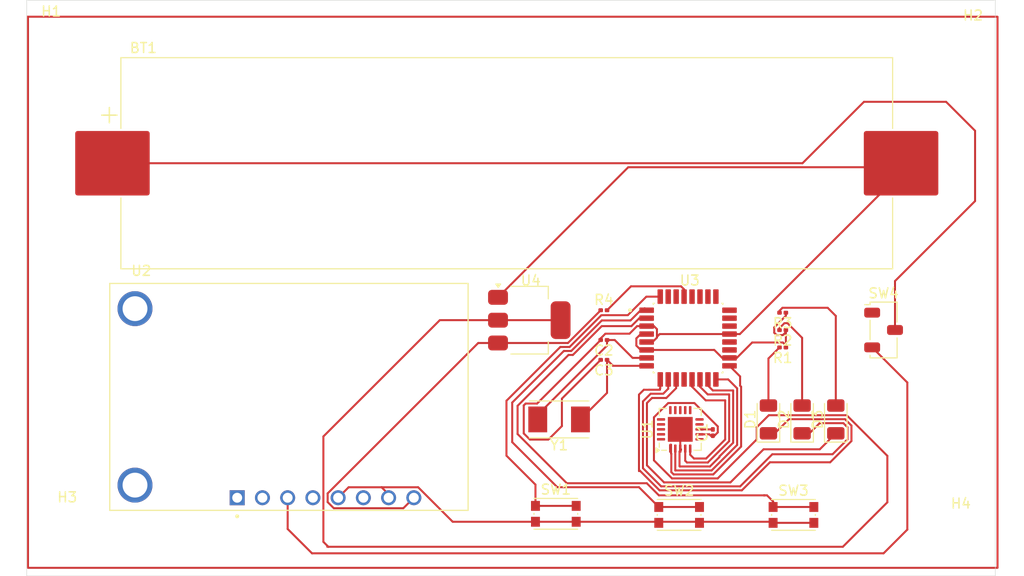
<source format=kicad_pcb>
(kicad_pcb (version 20241229) (generator "pcbnew") (generator_version "9.0")
  (layers (0 "F.Cu" signal) (2 "B.Cu" signal) (13 "F.Paste" user) (15 "B.Paste" user) (5 "F.SilkS" user "F.Silkscreen") (7 "B.SilkS" user "B.Silkscreen") (1 "F.Mask" user) (3 "B.Mask" user) (25 "Edge.Cuts" user))
  (net 0 "")
  (net 1 "GND")
  (net 2 "Net-(BT1-+)")
  (net 3 "Net-(C1-Pad2)")
  (net 4 "Net-(D1-A)")
  (net 5 "Net-(D1-K)")
  (net 6 "Net-(D2-A)")
  (net 7 "Net-(D2-K)")
  (net 8 "Net-(D3-A)")
  (net 9 "Net-(D3-K)")
  (net 10 "Net-(U3-PD2)")
  (net 11 "Net-(U3-PD3)")
  (net 12 "Net-(U3-PD4)")
  (net 14 "Net-(SW4-A)")
  (net 16 "Net-(U1-CSN)")
  (net 17 "Net-(U1-MISO)")
  (net 18 "Net-(U1-SCK)")
  (net 26 "Net-(U1-MOSI)")
  (net 31 "Net-(U1-CE)")
  (net 35 "Net-(U3-PB7)")
  (net 43 "Net-(U2-5V)")
  (net 47 "Net-(U3-PB6)")
  (net 52 "Net-(U4-VO)")
  (net 53 "Net-(U3-PC6{slash}~{RESET})")
  (footprint "2465:MODULE_2465" (layer "F.Cu") (at 131.368 106.981)
    (property "Reference" "U2" (at -14.859 -12.705 0) (layer "F.SilkS"))
    (property "Value" "2465")
    (fp_line (start -18.034 -11.43) (end 18.034 -11.43) (stroke (width 0.127)) (layer "F.SilkS"))
    (fp_line (start -18.034 11.43) (end -18.034 -11.43) (stroke (width 0.127)) (layer "F.SilkS"))
    (fp_line (start 18.034 -11.43) (end 18.034 11.43) (stroke (width 0.127)) (layer "F.SilkS"))
    (fp_line (start 18.034 11.43) (end -18.034 11.43) (stroke (width 0.127)) (layer "F.SilkS"))
    (fp_circle (center -5.207 12.03) (end -5.107 12.03) (stroke (width 0.2)) (fill no) (layer "F.SilkS"))
    (pad "1" thru_hole rect (at -5.207 10.16) (size 1.508 1.508) (drill 1) (layers "*.Cu" "*.Mask"))
    (pad "2" thru_hole circle (at -2.667 10.16) (size 1.508 1.508) (drill 1) (layers "*.Cu" "*.Mask"))
    (pad "3" thru_hole circle (at -0.127 10.16) (size 1.508 1.508) (drill 1) (layers "*.Cu" "*.Mask") (net 14 "Net-(SW4-A)"))
    (pad "4" thru_hole circle (at 2.413 10.16) (size 1.508 1.508) (drill 1) (layers "*.Cu" "*.Mask"))
    (pad "5" thru_hole circle (at 4.953 10.16) (size 1.508 1.508) (drill 1) (layers "*.Cu" "*.Mask") (net 1 "GND"))
    (pad "6" thru_hole circle (at 7.493 10.16) (size 1.508 1.508) (drill 1) (layers "*.Cu" "*.Mask"))
    (pad "7" thru_hole circle (at 10.033 10.16) (size 1.508 1.508) (drill 1) (layers "*.Cu" "*.Mask") (net 1 "GND"))
    (pad "8" thru_hole circle (at 12.573 10.16) (size 1.508 1.508) (drill 1) (layers "*.Cu" "*.Mask") (net 43 "Net-(U2-5V)"))
    (pad "P1" thru_hole circle (at -15.494 8.89) (size 3.516 3.516) (drill 2.5) (layers "*.Cu" "*.Mask"))
    (pad "P2" thru_hole circle (at -15.494 -8.89) (size 3.516 3.516) (drill 2.5) (layers "*.Cu" "*.Mask"))
  )
  (footprint "Package_DFN_QFN:QFN-20-1EP_4x4mm_P0.5mm_EP2.5x2.5mm" (layer "F.Cu") (at 170.759 110.251 90)
    (property "Reference" "U1" (at 0 -3.3 90) (layer "F.SilkS"))
    (property "Value" "NRF24L01")
    (fp_line (start 2.11 -2.11) (end 2.11 -1.385) (stroke (width 0.12)) (layer "F.SilkS"))
    (fp_line (start 1.385 -2.11) (end 2.11 -2.11) (stroke (width 0.12)) (layer "F.SilkS"))
    (fp_line (start -1.385 -2.11) (end -1.81 -2.11) (stroke (width 0.12)) (layer "F.SilkS"))
    (fp_line (start -2.11 -1.385) (end -2.11 -1.87) (stroke (width 0.12)) (layer "F.SilkS"))
    (fp_line (start 2.11 2.11) (end 2.11 1.385) (stroke (width 0.12)) (layer "F.SilkS"))
    (fp_line (start 1.385 2.11) (end 2.11 2.11) (stroke (width 0.12)) (layer "F.SilkS"))
    (fp_line (start -1.385 2.11) (end -2.11 2.11) (stroke (width 0.12)) (layer "F.SilkS"))
    (fp_line (start -2.11 2.11) (end -2.11 1.385) (stroke (width 0.12)) (layer "F.SilkS"))
    (fp_poly (pts (xy -2.11 -2.11) (xy -2.35 -2.44) (xy -1.87 -2.44)) (stroke (width 0.12)) (fill yes) (layer "F.SilkS"))
    (pad "1" smd roundrect (at -1.9375 -1 90) (size 0.825 0.25) (layers "F.Cu" "F.Mask" "F.Paste") (net 31 "Net-(U1-CE)"))
    (pad "2" smd roundrect (at -1.9375 -0.5 90) (size 0.825 0.25) (layers "F.Cu" "F.Mask" "F.Paste") (net 16 "Net-(U1-CSN)"))
    (pad "3" smd roundrect (at -1.9375 0 90) (size 0.825 0.25) (layers "F.Cu" "F.Mask" "F.Paste") (net 18 "Net-(U1-SCK)"))
    (pad "4" smd roundrect (at -1.9375 0.5 90) (size 0.825 0.25) (layers "F.Cu" "F.Mask" "F.Paste") (net 26 "Net-(U1-MOSI)"))
    (pad "5" smd roundrect (at -1.9375 1 90) (size 0.825 0.25) (layers "F.Cu" "F.Mask" "F.Paste") (net 17 "Net-(U1-MISO)"))
    (pad "6" smd roundrect (at -1 1.9375 90) (size 0.25 0.825) (layers "F.Cu" "F.Mask" "F.Paste"))
    (pad "7" smd roundrect (at -0.5 1.9375 90) (size 0.25 0.825) (layers "F.Cu" "F.Mask" "F.Paste") (net 52 "Net-(U4-VO)"))
    (pad "8" smd roundrect (at 0 1.9375 90) (size 0.25 0.825) (layers "F.Cu" "F.Mask" "F.Paste") (net 3 "Net-(C1-Pad2)"))
    (pad "9" smd roundrect (at 0.5 1.9375 90) (size 0.25 0.825) (layers "F.Cu" "F.Mask" "F.Paste"))
    (pad "10" smd roundrect (at 1 1.9375 90) (size 0.25 0.825) (layers "F.Cu" "F.Mask" "F.Paste"))
    (pad "11" smd roundrect (at 1.9375 1 90) (size 0.825 0.25) (layers "F.Cu" "F.Mask" "F.Paste"))
    (pad "12" smd roundrect (at 1.9375 0.5 90) (size 0.825 0.25) (layers "F.Cu" "F.Mask" "F.Paste"))
    (pad "13" smd roundrect (at 1.9375 0 90) (size 0.825 0.25) (layers "F.Cu" "F.Mask" "F.Paste"))
    (pad "14" smd roundrect (at 1.9375 -0.5 90) (size 0.825 0.25) (layers "F.Cu" "F.Mask" "F.Paste"))
    (pad "15" smd roundrect (at 1.9375 -1 90) (size 0.825 0.25) (layers "F.Cu" "F.Mask" "F.Paste"))
    (pad "16" smd roundrect (at 1 -1.9375 90) (size 0.25 0.825) (layers "F.Cu" "F.Mask" "F.Paste"))
    (pad "17" smd roundrect (at 0.5 -1.9375 90) (size 0.25 0.825) (layers "F.Cu" "F.Mask" "F.Paste"))
    (pad "18" smd roundrect (at 0 -1.9375 90) (size 0.25 0.825) (layers "F.Cu" "F.Mask" "F.Paste"))
    (pad "19" smd roundrect (at -0.5 -1.9375 90) (size 0.25 0.825) (layers "F.Cu" "F.Mask" "F.Paste"))
    (pad "20" smd roundrect (at -1 -1.9375 90) (size 0.25 0.825) (layers "F.Cu" "F.Mask" "F.Paste"))
    (pad "21" smd rect (at 0 0 90) (size 2.5 2.5) (property pad_prop_heatsink) (layers "F.Cu" "F.Mask"))
  )
  (footprint "LED_SMD:LED_1206_3216Metric" (layer "F.Cu") (at 183.024 109.251 90)
    (property "Reference" "D2" (at 0 -1.83 90) (layer "F.SilkS"))
    (property "Value" "LED")
    (fp_line (start 1.6 -1.135) (end -2.285 -1.135) (stroke (width 0.12)) (layer "F.SilkS"))
    (fp_line (start -2.285 -1.135) (end -2.285 1.135) (stroke (width 0.12)) (layer "F.SilkS"))
    (fp_line (start -2.285 1.135) (end 1.6 1.135) (stroke (width 0.12)) (layer "F.SilkS"))
    (pad "1" smd roundrect (at -1.4 0 90) (size 1.25 1.75) (layers "F.Cu" "F.Mask" "F.Paste") (roundrect_rratio 0.2) (net 7 "Net-(D2-K)"))
    (pad "2" smd roundrect (at 1.4 0 90) (size 1.25 1.75) (layers "F.Cu" "F.Mask" "F.Paste") (roundrect_rratio 0.2) (net 6 "Net-(D2-A)"))
  )
  (footprint "MountingHole:MountingHole_2.1mm" (layer "F.Cu") (at 107.434 71.191)
    (property "Reference" "H1" (at 0 -3.05 0) (layer "F.SilkS"))
    (property "Value" "MountingHole")
    (pad "" np_thru_hole circle (at 0 0) (size 2.1 2.1) (drill 2.1) (layers "*.Cu" "*.Mask"))
  )
  (footprint "MountingHole:MountingHole_2.1mm" (layer "F.Cu") (at 109.054 120.141)
    (property "Reference" "H3" (at 0 -3.05 0) (layer "F.SilkS"))
    (property "Value" "MountingHole")
    (pad "" np_thru_hole circle (at 0 0) (size 2.1 2.1) (drill 2.1) (layers "*.Cu" "*.Mask"))
  )
  (footprint "Resistor_SMD:R_0201_0603Metric" (layer "F.Cu") (at 181.069 100.251 180)
    (property "Reference" "R2" (at 0 -1.05 0) (layer "F.SilkS"))
    (property "Value" "330R")
    (pad "1" smd roundrect (at -0.32 0 180) (size 0.46 0.4) (layers "F.Cu" "F.Mask") (net 43 "Net-(U2-5V)"))
    (pad "2" smd roundrect (at 0.32 0 180) (size 0.46 0.4) (layers "F.Cu" "F.Mask") (net 6 "Net-(D2-A)"))
  )
  (footprint "Crystal:Crystal_SMD_Abracon_ABM7-2Pin_6.0x3.5mm" (layer "F.Cu") (at 158.564 109.251 180)
    (property "Reference" "Y1" (at 0 -2.6 0) (layer "F.SilkS"))
    (property "Value" "16mhz")
    (fp_line (start -3 1.86) (end 3 1.86) (stroke (width 0.12)) (layer "F.SilkS"))
    (fp_line (start -3 -1.86) (end 3 -1.86) (stroke (width 0.12)) (layer "F.SilkS"))
    (pad "1" smd rect (at -2.15 0 180) (size 1.9 2.6) (layers "F.Cu" "F.Mask" "F.Paste") (net 35 "Net-(U3-PB7)"))
    (pad "2" smd rect (at 2.15 0 180) (size 1.9 2.6) (layers "F.Cu" "F.Mask" "F.Paste") (net 47 "Net-(U3-PB6)"))
  )
  (footprint "Resistor_SMD:R_0201_0603Metric" (layer "F.Cu") (at 181.069 98.501 180)
    (property "Reference" "R3" (at 0 -1.05 0) (layer "F.SilkS"))
    (property "Value" "330R")
    (pad "1" smd roundrect (at -0.32 0 180) (size 0.46 0.4) (layers "F.Cu" "F.Mask") (net 43 "Net-(U2-5V)"))
    (pad "2" smd roundrect (at 0.32 0 180) (size 0.46 0.4) (layers "F.Cu" "F.Mask") (net 8 "Net-(D3-A)"))
  )
  (footprint "Button_Switch_SMD:Nidec_Copal_CAS-120A" (layer "F.Cu") (at 191.224 100.241)
    (property "Reference" "SW4" (at 0 -3.7 0) (layer "F.SilkS"))
    (property "Value" "SW_Nidec_CAS-120A1")
    (fp_line (start -1.36 -2.81) (end 1.36 -2.81) (stroke (width 0.12)) (layer "F.SilkS"))
    (fp_line (start -1.36 -2.55) (end -1.9 -2.55) (stroke (width 0.12)) (layer "F.SilkS"))
    (fp_line (start -1.36 -2.55) (end -1.36 -2.8) (stroke (width 0.12)) (layer "F.SilkS"))
    (fp_line (start -1.36 -0.98) (end -1.36 0.98) (stroke (width 0.12)) (layer "F.SilkS"))
    (fp_line (start -1.36 2.81) (end -1.36 2.55) (stroke (width 0.12)) (layer "F.SilkS"))
    (fp_line (start 1.35 2.81) (end -1.35 2.81) (stroke (width 0.12)) (layer "F.SilkS"))
    (fp_line (start 1.36 -2.81) (end 1.36 -0.8) (stroke (width 0.12)) (layer "F.SilkS"))
    (fp_line (start 1.36 0.8) (end 1.36 2.81) (stroke (width 0.12)) (layer "F.SilkS"))
    (pad "1" smd roundrect (at -1.15 -1.75 270) (size 1 1.6) (layers "F.Cu" "F.Mask" "F.Paste"))
    (pad "2" smd roundrect (at 1.15 0 270) (size 1 1.6) (layers "F.Cu" "F.Mask" "F.Paste") (net 2 "Net-(BT1-+)"))
    (pad "3" smd roundrect (at -1.15 1.75 270) (size 1 1.6) (layers "F.Cu" "F.Mask" "F.Paste") (net 14 "Net-(SW4-A)"))
  )
  (footprint "MountingHole:MountingHole_2.1mm" (layer "F.Cu") (at 200.224 71.601)
    (property "Reference" "H2" (at 0 -3.05 0) (layer "F.SilkS"))
    (property "Value" "MountingHole")
    (pad "" np_thru_hole circle (at 0 0) (size 2.1 2.1) (drill 2.1) (layers "*.Cu" "*.Mask"))
  )
  (footprint "MountingHole:MountingHole_2.1mm" (layer "F.Cu") (at 199.004 120.771)
    (property "Reference" "H4" (at 0 -3.05 0) (layer "F.SilkS"))
    (property "Value" "MountingHole")
    (pad "" np_thru_hole circle (at 0 0) (size 2.1 2.1) (drill 2.1) (layers "*.Cu" "*.Mask"))
  )
  (footprint "Package_TO_SOT_SMD:SOT-223-3_TabPin2" (layer "F.Cu") (at 155.564 99.251)
    (property "Reference" "U4" (at 0.15 -4 0) (layer "F.SilkS"))
    (property "Value" "AMS1117-3.3")
    (fp_line (start -1.85 -3.41) (end 1.91 -3.41) (stroke (width 0.12)) (layer "F.SilkS"))
    (fp_line (start -1.85 3.41) (end 1.91 3.41) (stroke (width 0.12)) (layer "F.SilkS"))
    (fp_line (start 1.91 -3.41) (end 1.91 -2.15) (stroke (width 0.12)) (layer "F.SilkS"))
    (fp_line (start 1.91 3.41) (end 1.91 2.15) (stroke (width 0.12)) (layer "F.SilkS"))
    (fp_poly (pts (xy -3.13 -3.31) (xy -3.37 -3.64) (xy -2.89 -3.64) (xy -3.13 -3.31)) (stroke (width 0.12)) (fill yes) (layer "F.SilkS"))
    (pad "1" smd roundrect (at -3.15 -2.3) (size 2 1.5) (layers "F.Cu" "F.Mask" "F.Paste") (net 1 "GND"))
    (pad "2" smd roundrect (at -3.15 0) (size 2 1.5) (layers "F.Cu" "F.Mask" "F.Paste") (net 52 "Net-(U4-VO)"))
    (pad "2" smd roundrect (at 3.15 0) (size 2 3.8) (layers "F.Cu" "F.Mask" "F.Paste") (net 52 "Net-(U4-VO)"))
    (pad "3" smd roundrect (at -3.15 2.3) (size 2 1.5) (layers "F.Cu" "F.Mask" "F.Paste") (net 43 "Net-(U2-5V)"))
  )
  (footprint "Resistor_SMD:R_0201_0603Metric" (layer "F.Cu") (at 181.069 102.001 180)
    (property "Reference" "R1" (at 0 -1.05 0) (layer "F.SilkS"))
    (property "Value" "330R")
    (pad "1" smd roundrect (at -0.32 0 180) (size 0.46 0.4) (layers "F.Cu" "F.Mask") (net 43 "Net-(U2-5V)"))
    (pad "2" smd roundrect (at 0.32 0 180) (size 0.46 0.4) (layers "F.Cu" "F.Mask") (net 4 "Net-(D1-A)"))
  )
  (footprint "Capacitor_SMD:C_0201_0603Metric" (layer "F.Cu") (at 163.069 101.251 180)
    (property "Reference" "C2" (at 0 -1.05 0) (layer "F.SilkS"))
    (property "Value" "22pf")
    (pad "1" smd roundrect (at -0.32 0 180) (size 0.46 0.4) (layers "F.Cu" "F.Mask") (net 47 "Net-(U3-PB6)"))
    (pad "2" smd roundrect (at 0.32 0 180) (size 0.46 0.4) (layers "F.Cu" "F.Mask") (net 1 "GND"))
  )
  (footprint "Capacitor_SMD:C_0201_0603Metric" (layer "F.Cu") (at 163.069 103.251 180)
    (property "Reference" "C3" (at 0 -1.05 0) (layer "F.SilkS"))
    (property "Value" "22pf")
    (pad "1" smd roundrect (at -0.32 0 180) (size 0.46 0.4) (layers "F.Cu" "F.Mask") (net 35 "Net-(U3-PB7)"))
    (pad "2" smd roundrect (at 0.32 0 180) (size 0.46 0.4) (layers "F.Cu" "F.Mask") (net 1 "GND"))
  )
  (footprint "LED_SMD:LED_1206_3216Metric" (layer "F.Cu") (at 186.414 109.251 90)
    (property "Reference" "D3" (at 0 -1.83 90) (layer "F.SilkS"))
    (property "Value" "LED")
    (fp_line (start 1.6 -1.135) (end -2.285 -1.135) (stroke (width 0.12)) (layer "F.SilkS"))
    (fp_line (start -2.285 -1.135) (end -2.285 1.135) (stroke (width 0.12)) (layer "F.SilkS"))
    (fp_line (start -2.285 1.135) (end 1.6 1.135) (stroke (width 0.12)) (layer "F.SilkS"))
    (pad "1" smd roundrect (at -1.4 0 90) (size 1.25 1.75) (layers "F.Cu" "F.Mask" "F.Paste") (roundrect_rratio 0.2) (net 9 "Net-(D3-K)"))
    (pad "2" smd roundrect (at 1.4 0 90) (size 1.25 1.75) (layers "F.Cu" "F.Mask" "F.Paste") (roundrect_rratio 0.2) (net 8 "Net-(D3-A)"))
  )
  (footprint "ATMEGA328P-AU:QFP80P900X900X120-32N" (layer "F.Cu") (at 171.544 101.051)
    (property "Reference" "U3" (at 0.17 -5.8 0) (layer "F.SilkS"))
    (property "Value" "ATMEGA328P-AU")
    (fp_line (start -3.5 -3.5) (end -3.5 -3.395) (stroke (width 0.127)) (layer "F.SilkS"))
    (fp_line (start -3.5 -3.5) (end -3.395 -3.5) (stroke (width 0.127)) (layer "F.SilkS"))
    (fp_line (start -3.5 3.5) (end -3.5 3.395) (stroke (width 0.127)) (layer "F.SilkS"))
    (fp_line (start -3.5 3.5) (end -3.395 3.5) (stroke (width 0.127)) (layer "F.SilkS"))
    (fp_line (start 3.5 -3.5) (end 3.395 -3.5) (stroke (width 0.127)) (layer "F.SilkS"))
    (fp_line (start 3.5 -3.5) (end 3.5 -3.395) (stroke (width 0.127)) (layer "F.SilkS"))
    (fp_line (start 3.5 3.5) (end 3.395 3.5) (stroke (width 0.127)) (layer "F.SilkS"))
    (fp_line (start 3.5 3.5) (end 3.5 3.395) (stroke (width 0.127)) (layer "F.SilkS"))
    (fp_circle (center -5.84 -2.8) (end -5.74 -2.8) (stroke (width 0.2)) (fill no) (layer "F.SilkS"))
    (pad "1" smd roundrect (at -4.17 -2.8) (size 1.47 0.55) (layers "F.Cu" "F.Mask" "F.Paste") (roundrect_rratio 0.125) (net 11 "Net-(U3-PD3)"))
    (pad "2" smd roundrect (at -4.17 -2) (size 1.47 0.55) (layers "F.Cu" "F.Mask" "F.Paste") (roundrect_rratio 0.125) (net 12 "Net-(U3-PD4)"))
    (pad "3" smd roundrect (at -4.17 -1.2) (size 1.47 0.55) (layers "F.Cu" "F.Mask" "F.Paste") (roundrect_rratio 0.125) (net 1 "GND"))
    (pad "4" smd roundrect (at -4.17 -0.4) (size 1.47 0.55) (layers "F.Cu" "F.Mask" "F.Paste") (roundrect_rratio 0.125) (net 43 "Net-(U2-5V)"))
    (pad "5" smd roundrect (at -4.17 0.4) (size 1.47 0.55) (layers "F.Cu" "F.Mask" "F.Paste") (roundrect_rratio 0.125) (net 1 "GND"))
    (pad "6" smd roundrect (at -4.17 1.2) (size 1.47 0.55) (layers "F.Cu" "F.Mask" "F.Paste") (roundrect_rratio 0.125) (net 43 "Net-(U2-5V)"))
    (pad "7" smd roundrect (at -4.17 2) (size 1.47 0.55) (layers "F.Cu" "F.Mask" "F.Paste") (roundrect_rratio 0.125) (net 47 "Net-(U3-PB6)"))
    (pad "8" smd roundrect (at -4.17 2.8) (size 1.47 0.55) (layers "F.Cu" "F.Mask" "F.Paste") (roundrect_rratio 0.125) (net 35 "Net-(U3-PB7)"))
    (pad "9" smd roundrect (at -2.8 4.17) (size 0.55 1.47) (layers "F.Cu" "F.Mask" "F.Paste") (roundrect_rratio 0.125) (net 5 "Net-(D1-K)"))
    (pad "10" smd roundrect (at -2 4.17) (size 0.55 1.47) (layers "F.Cu" "F.Mask" "F.Paste") (roundrect_rratio 0.125) (net 7 "Net-(D2-K)"))
    (pad "11" smd roundrect (at -1.2 4.17) (size 0.55 1.47) (layers "F.Cu" "F.Mask" "F.Paste") (roundrect_rratio 0.125) (net 9 "Net-(D3-K)"))
    (pad "12" smd roundrect (at -0.4 4.17) (size 0.55 1.47) (layers "F.Cu" "F.Mask" "F.Paste") (roundrect_rratio 0.125))
    (pad "13" smd roundrect (at 0.4 4.17) (size 0.55 1.47) (layers "F.Cu" "F.Mask" "F.Paste") (roundrect_rratio 0.125) (net 17 "Net-(U1-MISO)"))
    (pad "14" smd roundrect (at 1.2 4.17) (size 0.55 1.47) (layers "F.Cu" "F.Mask" "F.Paste") (roundrect_rratio 0.125) (net 26 "Net-(U1-MOSI)"))
    (pad "15" smd roundrect (at 2 4.17) (size 0.55 1.47) (layers "F.Cu" "F.Mask" "F.Paste") (roundrect_rratio 0.125) (net 18 "Net-(U1-SCK)"))
    (pad "16" smd roundrect (at 2.8 4.17) (size 0.55 1.47) (layers "F.Cu" "F.Mask" "F.Paste") (roundrect_rratio 0.125) (net 16 "Net-(U1-CSN)"))
    (pad "17" smd roundrect (at 4.17 2.8) (size 1.47 0.55) (layers "F.Cu" "F.Mask" "F.Paste") (roundrect_rratio 0.125) (net 31 "Net-(U1-CE)"))
    (pad "18" smd roundrect (at 4.17 2) (size 1.47 0.55) (layers "F.Cu" "F.Mask" "F.Paste") (roundrect_rratio 0.125) (net 43 "Net-(U2-5V)"))
    (pad "19" smd roundrect (at 4.17 1.2) (size 1.47 0.55) (layers "F.Cu" "F.Mask" "F.Paste") (roundrect_rratio 0.125))
    (pad "20" smd roundrect (at 4.17 0.4) (size 1.47 0.55) (layers "F.Cu" "F.Mask" "F.Paste") (roundrect_rratio 0.125))
    (pad "21" smd roundrect (at 4.17 -0.4) (size 1.47 0.55) (layers "F.Cu" "F.Mask" "F.Paste") (roundrect_rratio 0.125) (net 1 "GND"))
    (pad "22" smd roundrect (at 4.17 -1.2) (size 1.47 0.55) (layers "F.Cu" "F.Mask" "F.Paste") (roundrect_rratio 0.125))
    (pad "23" smd roundrect (at 4.17 -2) (size 1.47 0.55) (layers "F.Cu" "F.Mask" "F.Paste") (roundrect_rratio 0.125))
    (pad "24" smd roundrect (at 4.17 -2.8) (size 1.47 0.55) (layers "F.Cu" "F.Mask" "F.Paste") (roundrect_rratio 0.125))
    (pad "25" smd roundrect (at 2.8 -4.17) (size 0.55 1.47) (layers "F.Cu" "F.Mask" "F.Paste") (roundrect_rratio 0.125))
    (pad "26" smd roundrect (at 2 -4.17) (size 0.55 1.47) (layers "F.Cu" "F.Mask" "F.Paste") (roundrect_rratio 0.125))
    (pad "27" smd roundrect (at 1.2 -4.17) (size 0.55 1.47) (layers "F.Cu" "F.Mask" "F.Paste") (roundrect_rratio 0.125))
    (pad "28" smd roundrect (at 0.4 -4.17) (size 0.55 1.47) (layers "F.Cu" "F.Mask" "F.Paste") (roundrect_rratio 0.125))
    (pad "29" smd roundrect (at -0.4 -4.17) (size 0.55 1.47) (layers "F.Cu" "F.Mask" "F.Paste") (roundrect_rratio 0.125) (net 53 "Net-(U3-PC6{slash}~{RESET})"))
    (pad "30" smd roundrect (at -1.2 -4.17) (size 0.55 1.47) (layers "F.Cu" "F.Mask" "F.Paste") (roundrect_rratio 0.125))
    (pad "31" smd roundrect (at -2 -4.17) (size 0.55 1.47) (layers "F.Cu" "F.Mask" "F.Paste") (roundrect_rratio 0.125))
    (pad "32" smd roundrect (at -2.8 -4.17) (size 0.55 1.47) (layers "F.Cu" "F.Mask" "F.Paste") (roundrect_rratio 0.125) (net 10 "Net-(U3-PD2)"))
  )
  (footprint "LED_SMD:LED_1206_3216Metric" (layer "F.Cu") (at 179.634 109.251 90)
    (property "Reference" "D1" (at 0 -1.83 90) (layer "F.SilkS"))
    (property "Value" "LED")
    (fp_line (start 1.6 -1.135) (end -2.285 -1.135) (stroke (width 0.12)) (layer "F.SilkS"))
    (fp_line (start -2.285 -1.135) (end -2.285 1.135) (stroke (width 0.12)) (layer "F.SilkS"))
    (fp_line (start -2.285 1.135) (end 1.6 1.135) (stroke (width 0.12)) (layer "F.SilkS"))
    (pad "1" smd roundrect (at -1.4 0 90) (size 1.25 1.75) (layers "F.Cu" "F.Mask" "F.Paste") (roundrect_rratio 0.2) (net 5 "Net-(D1-K)"))
    (pad "2" smd roundrect (at 1.4 0 90) (size 1.25 1.75) (layers "F.Cu" "F.Mask" "F.Paste") (roundrect_rratio 0.2) (net 4 "Net-(D1-A)"))
  )
  (footprint "Button_Switch_SMD:SW_Push_1P1T_NO_CK_KMR2" (layer "F.Cu") (at 158.234 118.761)
    (property "Reference" "SW1" (at 0 -2.45 0) (layer "F.SilkS"))
    (property "Value" "SW_Push")
    (fp_line (start -2.2 0.05) (end -2.2 -0.05) (stroke (width 0.12)) (layer "F.SilkS"))
    (fp_line (start -2.2 1.55) (end 2.2 1.55) (stroke (width 0.12)) (layer "F.SilkS"))
    (fp_line (start 2.2 -1.55) (end -2.2 -1.55) (stroke (width 0.12)) (layer "F.SilkS"))
    (fp_line (start 2.2 0.05) (end 2.2 -0.05) (stroke (width 0.12)) (layer "F.SilkS"))
    (pad "1" smd rect (at -2.05 -0.8) (size 0.9 1) (layers "F.Cu" "F.Mask" "F.Paste") (net 10 "Net-(U3-PD2)"))
    (pad "1" smd rect (at 2.05 -0.8) (size 0.9 1) (layers "F.Cu" "F.Mask" "F.Paste") (net 10 "Net-(U3-PD2)"))
    (pad "2" smd rect (at -2.05 0.8) (size 0.9 1) (layers "F.Cu" "F.Mask" "F.Paste") (net 1 "GND"))
    (pad "2" smd rect (at 2.05 0.8) (size 0.9 1) (layers "F.Cu" "F.Mask" "F.Paste") (net 1 "GND"))
  )
  (footprint "Button_Switch_SMD:SW_Push_1P1T_NO_CK_KMR2" (layer "F.Cu") (at 182.154 118.871)
    (property "Reference" "SW3" (at 0 -2.45 0) (layer "F.SilkS"))
    (property "Value" "SW_Push")
    (fp_line (start -2.2 0.05) (end -2.2 -0.05) (stroke (width 0.12)) (layer "F.SilkS"))
    (fp_line (start -2.2 1.55) (end 2.2 1.55) (stroke (width 0.12)) (layer "F.SilkS"))
    (fp_line (start 2.2 -1.55) (end -2.2 -1.55) (stroke (width 0.12)) (layer "F.SilkS"))
    (fp_line (start 2.2 0.05) (end 2.2 -0.05) (stroke (width 0.12)) (layer "F.SilkS"))
    (pad "1" smd rect (at -2.05 -0.8) (size 0.9 1) (layers "F.Cu" "F.Mask" "F.Paste") (net 12 "Net-(U3-PD4)"))
    (pad "1" smd rect (at 2.05 -0.8) (size 0.9 1) (layers "F.Cu" "F.Mask" "F.Paste") (net 12 "Net-(U3-PD4)"))
    (pad "2" smd rect (at -2.05 0.8) (size 0.9 1) (layers "F.Cu" "F.Mask" "F.Paste") (net 1 "GND"))
    (pad "2" smd rect (at 2.05 0.8) (size 0.9 1) (layers "F.Cu" "F.Mask" "F.Paste") (net 1 "GND"))
  )
  (footprint "Resistor_SMD:R_0201_0603Metric" (layer "F.Cu") (at 163.069 98.251)
    (property "Reference" "R4" (at 0 -1.05 0) (layer "F.SilkS"))
    (property "Value" "10kR")
    (pad "1" smd roundrect (at -0.32 0) (size 0.46 0.4) (layers "F.Cu" "F.Mask") (net 43 "Net-(U2-5V)"))
    (pad "2" smd roundrect (at 0.32 0) (size 0.46 0.4) (layers "F.Cu" "F.Mask") (net 53 "Net-(U3-PC6{slash}~{RESET})"))
  )
  (footprint "Button_Switch_SMD:SW_Push_1P1T_NO_CK_KMR2" (layer "F.Cu") (at 170.644 118.871)
    (property "Reference" "SW2" (at 0 -2.45 0) (layer "F.SilkS"))
    (property "Value" "SW_Push")
    (fp_line (start -2.2 0.05) (end -2.2 -0.05) (stroke (width 0.12)) (layer "F.SilkS"))
    (fp_line (start -2.2 1.55) (end 2.2 1.55) (stroke (width 0.12)) (layer "F.SilkS"))
    (fp_line (start 2.2 -1.55) (end -2.2 -1.55) (stroke (width 0.12)) (layer "F.SilkS"))
    (fp_line (start 2.2 0.05) (end 2.2 -0.05) (stroke (width 0.12)) (layer "F.SilkS"))
    (pad "1" smd rect (at -2.05 -0.8) (size 0.9 1) (layers "F.Cu" "F.Mask" "F.Paste") (net 11 "Net-(U3-PD3)"))
    (pad "1" smd rect (at 2.05 -0.8) (size 0.9 1) (layers "F.Cu" "F.Mask" "F.Paste") (net 11 "Net-(U3-PD3)"))
    (pad "2" smd rect (at -2.05 0.8) (size 0.9 1) (layers "F.Cu" "F.Mask" "F.Paste") (net 1 "GND"))
    (pad "2" smd rect (at 2.05 0.8) (size 0.9 1) (layers "F.Cu" "F.Mask" "F.Paste") (net 1 "GND"))
  )
  (footprint "Battery:BatteryHolder_Keystone_1042_1x18650" (layer "F.Cu") (at 153.294 83.441)
    (property "Reference" "BT1" (at -36.58 -11.615 0) (layer "F.SilkS"))
    (property "Value" "3.7V")
    (fp_line (start -38.84 -10.635) (end -38.84 -3.5) (stroke (width 0.12)) (layer "F.SilkS"))
    (fp_line (start -38.84 -10.635) (end 38.84 -10.635) (stroke (width 0.12)) (layer "F.SilkS"))
    (fp_line (start -38.84 3.5) (end -38.84 10.635) (stroke (width 0.12)) (layer "F.SilkS"))
    (fp_line (start -38.84 10.635) (end 38.84 10.635) (stroke (width 0.12)) (layer "F.SilkS"))
    (fp_line (start 38.84 -10.635) (end 38.84 -3.5) (stroke (width 0.12)) (layer "F.SilkS"))
    (fp_line (start 38.84 3.5) (end 38.84 10.635) (stroke (width 0.12)) (layer "F.SilkS"))
    (fp_text user "+" (at -40 -5 0) (layer "F.SilkS") (effects (font (size 2 2))))
    (pad "" np_thru_hole circle (at -36.13 -8) (size 2.39 2.39) (drill 2.39) (layers "*.Cu" "*.Mask"))
    (pad "" np_thru_hole circle (at -27.62 8) (size 3.45 3.45) (drill 3.45) (layers "*.Cu" "*.Mask"))
    (pad "" np_thru_hole circle (at 27.62 -8) (size 3.45 3.45) (drill 3.45) (layers "*.Cu" "*.Mask"))
    (pad "1" smd roundrect (at -39.69 0) (size 7.5 6.5) (layers "F.Cu" "F.Mask" "F.Paste") (roundrect_rratio 0.038462) (net 2 "Net-(BT1-+)"))
    (pad "2" smd roundrect (at 39.69 0) (size 7.5 6.5) (layers "F.Cu" "F.Mask" "F.Paste") (roundrect_rratio 0.038462) (net 1 "GND"))
  )
  (footprint "Capacitor_SMD:C_0201_0603Metric" (layer "F.Cu") (at 174.034 110.576 90)
    (property "Reference" "C1" (at 0 -1.05 90) (layer "F.SilkS"))
    (property "Value" "10uf")
    (pad "1" smd roundrect (at -0.32 0 90) (size 0.46 0.4) (layers "F.Cu" "F.Mask") (net 52 "Net-(U4-VO)"))
    (pad "2" smd roundrect (at 0.32 0 90) (size 0.46 0.4) (layers "F.Cu" "F.Mask") (net 3 "Net-(C1-Pad2)"))
  )
  (gr_rect (start 105.104 68.681) (end 202.694 124.201) (stroke (width 0.2)) (fill no) (layer "F.Cu"))
  (gr_rect (start 104.974 67.021) (end 202.474 125.021) (stroke (width 0.05)) (fill no) (layer "Edge.Cuts"))
  (segment (start 192.984 84.426312) (end 176.759312 100.651) (width 0.2) (layer "F.Cu") (net 1))
  (segment (start 156.184 119.561) (end 147.852996 119.561) (width 0.2) (layer "F.Cu") (net 1))
  (segment (start 167.374 99.851) (end 166.4111 99.851) (width 0.2) (layer "F.Cu") (net 1))
  (segment (start 184.204 119.671) (end 180.104 119.671) (width 0.2) (layer "F.Cu") (net 1))
  (segment (start 158.844 109.921) (end 158.844 107.156) (width 0.2) (layer "F.Cu") (net 1))
  (segment (start 179.994 119.561) (end 180.104 119.671) (width 0.2) (layer "F.Cu") (net 1))
  (segment (start 165.6511 100.611) (end 163.224 100.611) (width 0.2) (layer "F.Cu") (net 1))
  (segment (start 158.844 107.156) (end 162.749 103.251) (width 0.2) (layer "F.Cu") (net 1))
  (segment (start 168.109 99.851) (end 167.374 99.851) (width 0.2) (layer "F.Cu") (net 1))
  (segment (start 192.583 83.842) (end 192.984 83.441) (width 0.2) (layer "F.Cu") (net 1))
  (segment (start 155.624 111.281) (end 157.484 111.281) (width 0.2) (layer "F.Cu") (net 1))
  (segment (start 167.971312 101.451) (end 168.41 101.012312) (width 0.2) (layer "F.Cu") (net 1))
  (segment (start 157.484 111.281) (end 158.844 109.921) (width 0.2) (layer "F.Cu") (net 1))
  (segment (start 162.749 101.086) (end 162.749 101.251) (width 0.2) (layer "F.Cu") (net 1))
  (segment (start 144.377996 116.086) (end 140.694 116.086) (width 0.2) (layer "F.Cu") (net 1))
  (segment (start 162.749 101.251) (end 156.35 107.65) (width 0.2) (layer "F.Cu") (net 1))
  (segment (start 168.69 100.651) (end 168.41 100.931) (width 0.2) (layer "F.Cu") (net 1))
  (segment (start 166.4111 99.851) (end 165.6511 100.611) (width 0.2) (layer "F.Cu") (net 1))
  (segment (start 168.41 100.152) (end 168.109 99.851) (width 0.2) (layer "F.Cu") (net 1))
  (segment (start 155.004 107.841) (end 155.004 110.661) (width 0.2) (layer "F.Cu") (net 1))
  (segment (start 155.195 107.65) (end 155.004 107.841) (width 0.2) (layer "F.Cu") (net 1))
  (segment (start 175.714 100.651) (end 168.69 100.651) (width 0.2) (layer "F.Cu") (net 1))
  (segment (start 167.374 101.451) (end 167.971312 101.451) (width 0.2) (layer "F.Cu") (net 1))
  (segment (start 168.41 100.931) (end 168.41 100.152) (width 0.2) (layer "F.Cu") (net 1))
  (segment (start 165.523 83.842) (end 192.583 83.842) (width 0.2) (layer "F.Cu") (net 1))
  (segment (start 163.224 100.611) (end 162.749 101.086) (width 0.2) (layer "F.Cu") (net 1))
  (segment (start 192.984 83.441) (end 192.984 84.426312) (width 0.2) (layer "F.Cu") (net 1))
  (segment (start 141.401 116.793) (end 140.694 116.086) (width 0.2) (layer "F.Cu") (net 1))
  (segment (start 137.376 116.086) (end 136.321 117.141) (width 0.2) (layer "F.Cu") (net 1))
  (segment (start 152.414 96.951) (end 165.523 83.842) (width 0.2) (layer "F.Cu") (net 1))
  (segment (start 155.004 110.661) (end 155.624 111.281) (width 0.2) (layer "F.Cu") (net 1))
  (segment (start 140.694 116.086) (end 137.376 116.086) (width 0.2) (layer "F.Cu") (net 1))
  (segment (start 141.401 117.141) (end 141.401 116.793) (width 0.2) (layer "F.Cu") (net 1))
  (segment (start 156.35 107.65) (end 155.195 107.65) (width 0.2) (layer "F.Cu") (net 1))
  (segment (start 147.852996 119.561) (end 144.377996 116.086) (width 0.2) (layer "F.Cu") (net 1))
  (segment (start 168.41 101.012312) (end 168.41 100.931) (width 0.2) (layer "F.Cu") (net 1))
  (segment (start 176.759312 100.651) (end 175.714 100.651) (width 0.2) (layer "F.Cu") (net 1))
  (segment (start 156.184 119.561) (end 179.994 119.561) (width 0.2) (layer "F.Cu") (net 1))
  (segment (start 183.064 83.441) (end 189.254 77.251) (width 0.2) (layer "F.Cu") (net 2))
  (segment (start 200.434 87.251) (end 192.374 95.311) (width 0.2) (layer "F.Cu") (net 2))
  (segment (start 200.434 80.171) (end 200.434 87.251) (width 0.2) (layer "F.Cu") (net 2))
  (segment (start 192.374 95.611) (end 192.374 100.241) (width 0.2) (layer "F.Cu") (net 2))
  (segment (start 189.254 77.251) (end 197.514 77.251) (width 0.2) (layer "F.Cu") (net 2))
  (segment (start 197.514 77.251) (end 200.434 80.171) (width 0.2) (layer "F.Cu") (net 2))
  (segment (start 113.604 83.441) (end 183.064 83.441) (width 0.2) (layer "F.Cu") (net 2))
  (segment (start 192.374 95.311) (end 192.374 95.611) (width 0.2) (layer "F.Cu") (net 2))
  (segment (start 174.034 110.256) (end 172.7015 110.256) (width 0.2) (layer "F.Cu") (net 3))
  (segment (start 172.7415 110.296) (end 172.6965 110.251) (width 0.2) (layer "F.Cu") (net 3))
  (segment (start 172.7015 110.256) (end 172.6965 110.251) (width 0.2) (layer "F.Cu") (net 3))
  (segment (start 179.634 103.116) (end 180.749 102.001) (width 0.2) (layer "F.Cu") (net 4))
  (segment (start 179.634 107.851) (end 179.634 103.116) (width 0.2) (layer "F.Cu") (net 4))
  (segment (start 176.9561 116.396) (end 168.6719 116.396) (width 0.2) (layer "F.Cu") (net 5))
  (segment (start 179.634 110.651) (end 180.274 110.651) (width 0.2) (layer "F.Cu") (net 5))
  (segment (start 166.602 106.753) (end 167.094 106.261) (width 0.2) (layer "F.Cu") (net 5))
  (segment (start 187.34626 109.23) (end 187.991 109.87474) (width 0.2) (layer "F.Cu") (net 5))
  (segment (start 167.6108 106.26) (end 168.714 106.26) (width 0.2) (layer "F.Cu") (net 5))
  (segment (start 168.6719 116.396) (end 166.66345 114.38755) (width 0.2) (layer "F.Cu") (net 5))
  (segment (start 166.66345 114.38755) (end 166.602 114.449) (width 0.2) (layer "F.Cu") (net 5))
  (segment (start 167.6098 106.261) (end 167.6108 106.26) (width 0.2) (layer "F.Cu") (net 5))
  (segment (start 180.274 110.651) (end 181.695 109.23) (width 0.2) (layer "F.Cu") (net 5))
  (segment (start 185.84726 113.571) (end 179.7811 113.571) (width 0.2) (layer "F.Cu") (net 5))
  (segment (start 168.714 106.141) (end 168.744 106.111) (width 0.2) (layer "F.Cu") (net 5))
  (segment (start 166.602 114.449) (end 166.602 106.753) (width 0.2) (layer "F.Cu") (net 5))
  (segment (start 181.695 109.23) (end 187.34626 109.23) (width 0.2) (layer "F.Cu") (net 5))
  (segment (start 168.714 106.26) (end 168.714 106.141) (width 0.2) (layer "F.Cu") (net 5))
  (segment (start 179.7811 113.571) (end 176.9561 116.396) (width 0.2) (layer "F.Cu") (net 5))
  (segment (start 167.094 106.261) (end 167.6098 106.261) (width 0.2) (layer "F.Cu") (net 5))
  (segment (start 168.744 106.111) (end 168.744 105.221) (width 0.2) (layer "F.Cu") (net 5))
  (segment (start 187.991 111.42726) (end 185.84726 113.571) (width 0.2) (layer "F.Cu") (net 5))
  (segment (start 187.991 109.87474) (end 187.991 111.42726) (width 0.2) (layer "F.Cu") (net 5))
  (segment (start 183.024 107.851) (end 183.024 101.031) (width 0.2) (layer "F.Cu") (net 6))
  (segment (start 183.024 101.031) (end 181.544 99.551) (width 0.2) (layer "F.Cu") (net 6))
  (segment (start 180.749 100.051001) (end 180.749 100.251) (width 0.2) (layer "F.Cu") (net 6))
  (segment (start 181.544 99.551) (end 181.249001 99.551) (width 0.2) (layer "F.Cu") (net 6))
  (segment (start 181.249001 99.551) (end 180.749 100.051001) (width 0.2) (layer "F.Cu") (net 6))
  (segment (start 176.79 115.995) (end 180.024 112.761) (width 0.2) (layer "F.Cu") (net 7))
  (segment (start 169.544 105.221) (end 169.544 106.161) (width 0.2) (layer "F.Cu") (net 7))
  (segment (start 180.024 112.761) (end 186.09016 112.761) (width 0.2) (layer "F.Cu") (net 7))
  (segment (start 167.003 107.4349) (end 167.003 114.16) (width 0.2) (layer "F.Cu") (net 7))
  (segment (start 168.838 115.995) (end 176.79 115.995) (width 0.2) (layer "F.Cu") (net 7))
  (segment (start 184.784 109.631) (end 183.764 110.651) (width 0.2) (layer "F.Cu") (net 7))
  (segment (start 187.59 110.04084) (end 187.18016 109.631) (width 0.2) (layer "F.Cu") (net 7))
  (segment (start 187.18016 109.631) (end 184.784 109.631) (width 0.2) (layer "F.Cu") (net 7))
  (segment (start 167.7769 106.661) (end 167.003 107.4349) (width 0.2) (layer "F.Cu") (net 7))
  (segment (start 186.09016 112.761) (end 187.59 111.26116) (width 0.2) (layer "F.Cu") (net 7))
  (segment (start 183.764 110.651) (end 183.024 110.651) (width 0.2) (layer "F.Cu") (net 7))
  (segment (start 167.003 114.16) (end 168.838 115.995) (width 0.2) (layer "F.Cu") (net 7))
  (segment (start 187.59 111.26116) (end 187.59 110.04084) (width 0.2) (layer "F.Cu") (net 7))
  (segment (start 169.544 106.161) (end 169.044 106.661) (width 0.2) (layer "F.Cu") (net 7))
  (segment (start 169.044 106.661) (end 167.7769 106.661) (width 0.2) (layer "F.Cu") (net 7))
  (segment (start 181.050001 98) (end 180.749 98.301001) (width 0.2) (layer "F.Cu") (net 8))
  (segment (start 186.414 98.821) (end 185.593 98) (width 0.2) (layer "F.Cu") (net 8))
  (segment (start 186.414 107.851) (end 186.414 98.821) (width 0.2) (layer "F.Cu") (net 8))
  (segment (start 185.593 98) (end 181.050001 98) (width 0.2) (layer "F.Cu") (net 8))
  (segment (start 180.749 98.301001) (end 180.749 98.501) (width 0.2) (layer "F.Cu") (net 8))
  (segment (start 175.811 115.594) (end 179.144 112.261) (width 0.2) (layer "F.Cu") (net 9))
  (segment (start 167.404 113.871) (end 169.127 115.594) (width 0.2) (layer "F.Cu") (net 9))
  (segment (start 169.354 107.091) (end 167.914 107.091) (width 0.2) (layer "F.Cu") (net 9))
  (segment (start 179.144 112.261) (end 184.804 112.261) (width 0.2) (layer "F.Cu") (net 9))
  (segment (start 169.127 115.594) (end 175.811 115.594) (width 0.2) (layer "F.Cu") (net 9))
  (segment (start 167.914 107.091) (end 167.404 107.601) (width 0.2) (layer "F.Cu") (net 9))
  (segment (start 184.804 112.261) (end 186.414 110.651) (width 0.2) (layer "F.Cu") (net 9))
  (segment (start 167.404 107.601) (end 167.404 113.871) (width 0.2) (layer "F.Cu") (net 9))
  (segment (start 170.344 105.221) (end 170.344 106.101) (width 0.2) (layer "F.Cu") (net 9))
  (segment (start 170.344 106.101) (end 169.354 107.091) (width 0.2) (layer "F.Cu") (net 9))
  (segment (start 156.184 115.821) (end 153.264 112.901) (width 0.2) (layer "F.Cu") (net 10))
  (segment (start 165.475688 98.752) (end 167.346688 96.881) (width 0.2) (layer "F.Cu") (net 10))
  (segment (start 159.620158 101.952) (end 162.820158 98.752) (width 0.2) (layer "F.Cu") (net 10))
  (segment (start 167.346688 96.881) (end 168.744 96.881) (width 0.2) (layer "F.Cu") (net 10))
  (segment (start 156.184 117.961) (end 156.184 115.821) (width 0.2) (layer "F.Cu") (net 10))
  (segment (start 158.683 101.952) (end 159.620158 101.952) (width 0.2) (layer "F.Cu") (net 10))
  (segment (start 156.184 117.961) (end 160.284 117.961) (width 0.2) (layer "F.Cu") (net 10))
  (segment (start 162.820158 98.752) (end 165.475688 98.752) (width 0.2) (layer "F.Cu") (net 10))
  (segment (start 153.264 107.371) (end 158.683 101.952) (width 0.2) (layer "F.Cu") (net 10))
  (segment (start 153.264 112.901) (end 153.264 107.371) (width 0.2) (layer "F.Cu") (net 10))
  (segment (start 162.858258 99.281) (end 165.746688 99.281) (width 0.2) (layer "F.Cu") (net 11))
  (segment (start 153.844 107.551) (end 159.042 102.353) (width 0.2) (layer "F.Cu") (net 11))
  (segment (start 166.776688 98.251) (end 167.374 98.251) (width 0.2) (layer "F.Cu") (net 11))
  (segment (start 166.605 116.082) (end 158.385 116.082) (width 0.2) (layer "F.Cu") (net 11))
  (segment (start 153.844 111.541) (end 153.844 107.551) (width 0.2) (layer "F.Cu") (net 11))
  (segment (start 159.042 102.353) (end 159.786258 102.353) (width 0.2) (layer "F.Cu") (net 11))
  (segment (start 158.385 116.082) (end 153.844 111.541) (width 0.2) (layer "F.Cu") (net 11))
  (segment (start 165.746688 99.281) (end 166.776688 98.251) (width 0.2) (layer "F.Cu") (net 11))
  (segment (start 168.594 118.071) (end 166.605 116.082) (width 0.2) (layer "F.Cu") (net 11))
  (segment (start 167.174 98.051) (end 167.374 98.251) (width 0.2) (layer "F.Cu") (net 11))
  (segment (start 159.786258 102.353) (end 162.858258 99.281) (width 0.2) (layer "F.Cu") (net 11))
  (segment (start 168.594 118.071) (end 172.694 118.071) (width 0.2) (layer "F.Cu") (net 11))
  (segment (start 179.493 116.9) (end 179.184 116.9) (width 0.2) (layer "F.Cu") (net 12))
  (segment (start 167.3898 115.681) (end 168.6088 116.9) (width 0.2) (layer "F.Cu") (net 12))
  (segment (start 167.374 99.051) (end 166.639 99.051) (width 0.2) (layer "F.Cu") (net 12))
  (segment (start 180.104 117.511) (end 179.493 116.9) (width 0.2) (layer "F.Cu") (net 12))
  (segment (start 168.6088 116.9) (end 179.184 116.9) (width 0.2) (layer "F.Cu") (net 12))
  (segment (start 159.952358 102.754) (end 159.511 102.754) (width 0.2) (layer "F.Cu") (net 12))
  (segment (start 159.511 102.754) (end 154.384 107.881) (width 0.2) (layer "F.Cu") (net 12))
  (segment (start 166.639 99.051) (end 165.844 99.846) (width 0.2) (layer "F.Cu") (net 12))
  (segment (start 179.184 116.9) (end 179.303 116.9) (width 0.2) (layer "F.Cu") (net 12))
  (segment (start 159.344 115.681) (end 167.3898 115.681) (width 0.2) (layer "F.Cu") (net 12))
  (segment (start 165.844 99.851) (end 162.855358 99.851) (width 0.2) (layer "F.Cu") (net 12))
  (segment (start 154.384 107.881) (end 154.384 110.721) (width 0.2) (layer "F.Cu") (net 12))
  (segment (start 165.844 99.846) (end 165.844 99.851) (width 0.2) (layer "F.Cu") (net 12))
  (segment (start 154.384 110.721) (end 159.344 115.681) (width 0.2) (layer "F.Cu") (net 12))
  (segment (start 180.104 118.071) (end 180.104 117.511) (width 0.2) (layer "F.Cu") (net 12))
  (segment (start 180.104 118.071) (end 184.204 118.071) (width 0.2) (layer "F.Cu") (net 12))
  (segment (start 162.855358 99.851) (end 159.952358 102.754) (width 0.2) (layer "F.Cu") (net 12))
  (segment (start 133.694 122.741) (end 131.241 120.288) (width 0.2) (layer "F.Cu") (net 14))
  (segment (start 191.224 122.741) (end 133.694 122.741) (width 0.2) (layer "F.Cu") (net 14))
  (segment (start 193.614 105.531) (end 193.614 120.351) (width 0.2) (layer "F.Cu") (net 14))
  (segment (start 190.074 101.991) (end 193.614 105.531) (width 0.2) (layer "F.Cu") (net 14))
  (segment (start 193.614 120.351) (end 191.224 122.741) (width 0.2) (layer "F.Cu") (net 14))
  (segment (start 131.241 120.288) (end 131.241 117.141) (width 0.2) (layer "F.Cu") (net 14))
  (segment (start 173.914 114.391) (end 170.259 114.391) (width 0.2) (layer "F.Cu") (net 16))
  (segment (start 176.484 111.821) (end 173.914 114.391) (width 0.2) (layer "F.Cu") (net 16))
  (segment (start 176.484 106.121) (end 176.484 111.821) (width 0.2) (layer "F.Cu") (net 16))
  (segment (start 174.344 105.221) (end 175.584 105.221) (width 0.2) (layer "F.Cu") (net 16))
  (segment (start 175.584 105.221) (end 176.484 106.121) (width 0.2) (layer "F.Cu") (net 16))
  (segment (start 170.259 114.391) (end 170.259 112.1885) (width 0.2) (layer "F.Cu") (net 16))
  (segment (start 173.319 107.331) (end 175.281 107.331) (width 0.2) (layer "F.Cu") (net 17))
  (segment (start 175.281 107.331) (end 175.281 111.2698) (width 0.2) (layer "F.Cu") (net 17))
  (segment (start 172.134 113.188) (end 171.759 112.813) (width 0.2) (layer "F.Cu") (net 17))
  (segment (start 173.3628 113.188) (end 172.134 113.188) (width 0.2) (layer "F.Cu") (net 17))
  (segment (start 171.944 105.956) (end 171.944 105.221) (width 0.2) (layer "F.Cu") (net 17))
  (segment (start 171.944 105.956) (end 173.319 107.331) (width 0.2) (layer "F.Cu") (net 17))
  (segment (start 171.759 112.813) (end 171.759 112.1885) (width 0.2) (layer "F.Cu") (net 17))
  (segment (start 175.281 111.2698) (end 173.3628 113.188) (width 0.2) (layer "F.Cu") (net 17))
  (segment (start 176.083 106.331) (end 176.083 111.602) (width 0.2) (layer "F.Cu") (net 18))
  (segment (start 170.833 112.333) (end 170.833 112.2625) (width 0.2) (layer "F.Cu") (net 18))
  (segment (start 173.544 105.221) (end 173.544 105.841) (width 0.2) (layer "F.Cu") (net 18))
  (segment (start 174.705 112.98) (end 174.705 113.0329) (width 0.2) (layer "F.Cu") (net 18))
  (segment (start 174.705 113.0329) (end 173.7479 113.99) (width 0.2) (layer "F.Cu") (net 18))
  (segment (start 170.759 111.973298) (end 170.759 111.471) (width 0.2) (layer "F.Cu") (net 18))
  (segment (start 170.833 112.2625) (end 170.759 112.1885) (width 0.2) (layer "F.Cu") (net 18))
  (segment (start 173.7479 113.99) (end 170.714 113.99) (width 0.2) (layer "F.Cu") (net 18))
  (segment (start 174.034 106.331) (end 176.083 106.331) (width 0.2) (layer "F.Cu") (net 18))
  (segment (start 170.685 113.961) (end 170.685 112.481) (width 0.2) (layer "F.Cu") (net 18))
  (segment (start 176.083 111.602) (end 174.705 112.98) (width 0.2) (layer "F.Cu") (net 18))
  (segment (start 170.714 113.99) (end 170.685 113.961) (width 0.2) (layer "F.Cu") (net 18))
  (segment (start 170.685 112.481) (end 170.833 112.333) (width 0.2) (layer "F.Cu") (net 18))
  (segment (start 173.544 105.841) (end 174.034 106.331) (width 0.2) (layer "F.Cu") (net 18))
  (segment (start 173.534 113.589) (end 171.432 113.589) (width 0.2) (layer "F.Cu") (net 26))
  (segment (start 171.259 113.416) (end 171.259 112.1885) (width 0.2) (layer "F.Cu") (net 26))
  (segment (start 172.744 105.956) (end 173.52 106.732) (width 0.2) (layer "F.Cu") (net 26))
  (segment (start 173.52 106.732) (end 175.682 106.732) (width 0.2) (layer "F.Cu") (net 26))
  (segment (start 175.682 111.4359) (end 173.534 113.5839) (width 0.2) (layer "F.Cu") (net 26))
  (segment (start 175.682 106.732) (end 175.682 111.4359) (width 0.2) (layer "F.Cu") (net 26))
  (segment (start 173.534 113.5839) (end 173.534 113.589) (width 0.2) (layer "F.Cu") (net 26))
  (segment (start 172.744 105.221) (end 172.744 105.956) (width 0.2) (layer "F.Cu") (net 26))
  (segment (start 171.432 113.589) (end 171.259 113.416) (width 0.2) (layer "F.Cu") (net 26))
  (segment (start 170.0929 114.792) (end 169.858 114.5571) (width 0.2) (layer "F.Cu") (net 31))
  (segment (start 169.858 112.715798) (end 169.833 112.690798) (width 0.2) (layer "F.Cu") (net 31))
  (segment (start 169.759 111.802) (end 169.759 112.1885) (width 0.2) (layer "F.Cu") (net 31))
  (segment (start 176.784 104.921) (end 176.784 105.8539) (width 0.2) (layer "F.Cu") (net 31))
  (segment (start 169.858 114.5571) (end 169.858 112.715798) (width 0.2) (layer "F.Cu") (net 31))
  (segment (start 169.833 112.690798) (end 169.833 111.802) (width 0.2) (layer "F.Cu") (net 31))
  (segment (start 176.885 105.9549) (end 176.885 111.9871) (width 0.2) (layer "F.Cu") (net 31))
  (segment (start 169.833 111.802) (end 169.759 111.802) (width 0.2) (layer "F.Cu") (net 31))
  (segment (start 176.784 105.8539) (end 176.885 105.9549) (width 0.2) (layer "F.Cu") (net 31))
  (segment (start 175.714 103.851) (end 176.784 104.921) (width 0.2) (layer "F.Cu") (net 31))
  (segment (start 174.0801 114.792) (end 170.0929 114.792) (width 0.2) (layer "F.Cu") (net 31))
  (segment (start 176.885 111.9871) (end 174.0801 114.792) (width 0.2) (layer "F.Cu") (net 31))
  (segment (start 167.374 103.851) (end 163.989 103.851) (width 0.2) (layer "F.Cu") (net 35))
  (segment (start 163.989 103.851) (end 163.389 103.251) (width 0.2) (layer "F.Cu") (net 35))
  (segment (start 160.714 109.251) (end 163.389 106.576) (width 0.2) (layer "F.Cu") (net 35))
  (segment (start 163.389 106.576) (end 163.389 103.251) (width 0.2) (layer "F.Cu") (net 35))
  (segment (start 180.45013 100.752) (end 181.087999 100.752) (width 0.2) (layer "F.Cu") (net 43))
  (segment (start 162.749 98.256058) (end 162.749 98.251) (width 0.2) (layer "F.Cu") (net 43))
  (segment (start 142.886 118.196) (end 135.884004 118.196) (width 0.2) (layer "F.Cu") (net 43))
  (segment (start 181.389 101.801001) (end 181.389 102.001) (width 0.2) (layer "F.Cu") (net 43))
  (segment (start 180.218 100.51987) (end 180.45013 100.752) (width 0.2) (layer "F.Cu") (net 43))
  (segment (start 181.087999 101.5) (end 181.389 101.801001) (width 0.2) (layer "F.Cu") (net 43))
  (segment (start 143.941 117.141) (end 142.886 118.196) (width 0.2) (layer "F.Cu") (net 43))
  (segment (start 181.389 98.81113) (end 180.218 99.98213) (width 0.2) (layer "F.Cu") (net 43))
  (segment (start 181.389 102.001) (end 181.389 100.251) (width 0.2) (layer "F.Cu") (net 43))
  (segment (start 159.454058 101.551) (end 162.749 98.256058) (width 0.2) (layer "F.Cu") (net 43))
  (segment (start 174.179 102.251) (end 167.374 102.251) (width 0.2) (layer "F.Cu") (net 43))
  (segment (start 166.338 101.089688) (end 166.776688 100.651) (width 0.2) (layer "F.Cu") (net 43))
  (segment (start 181.389 100.450999) (end 181.389 100.251) (width 0.2) (layer "F.Cu") (net 43))
  (segment (start 152.414 101.551) (end 159.454058 101.551) (width 0.2) (layer "F.Cu") (net 43))
  (segment (start 175.714 103.051) (end 174.979 103.051) (width 0.2) (layer "F.Cu") (net 43))
  (segment (start 166.776688 102.251) (end 166.338 101.812312) (width 0.2) (layer "F.Cu") (net 43))
  (segment (start 135.266 117.577996) (end 135.266 116.704004) (width 0.2) (layer "F.Cu") (net 43))
  (segment (start 150.419004 101.551) (end 152.414 101.551) (width 0.2) (layer "F.Cu") (net 43))
  (segment (start 166.776688 100.651) (end 167.374 100.651) (width 0.2) (layer "F.Cu") (net 43))
  (segment (start 166.338 101.812312) (end 166.338 101.089688) (width 0.2) (layer "F.Cu") (net 43))
  (segment (start 135.266 116.704004) (end 150.419004 101.551) (width 0.2) (layer "F.Cu") (net 43))
  (segment (start 180.218 99.98213) (end 180.218 100.51987) (width 0.2) (layer "F.Cu") (net 43))
  (segment (start 178 101.5) (end 181.087999 101.5) (width 0.2) (layer "F.Cu") (net 43))
  (segment (start 174.979 103.051) (end 174.179 102.251) (width 0.2) (layer "F.Cu") (net 43))
  (segment (start 135.884004 118.196) (end 135.266 117.577996) (width 0.2) (layer "F.Cu") (net 43))
  (segment (start 175.714 103.051) (end 176.449 103.051) (width 0.2) (layer "F.Cu") (net 43))
  (segment (start 176.449 103.051) (end 178 101.5) (width 0.2) (layer "F.Cu") (net 43))
  (segment (start 181.389 98.501) (end 181.389 98.81113) (width 0.2) (layer "F.Cu") (net 43))
  (segment (start 167.374 102.251) (end 166.776688 102.251) (width 0.2) (layer "F.Cu") (net 43))
  (segment (start 181.087999 100.752) (end 181.389 100.450999) (width 0.2) (layer "F.Cu") (net 43))
  (segment (start 163.389 101.251) (end 164.164 101.251) (width 0.2) (layer "F.Cu") (net 47))
  (segment (start 163.389 101.81113) (end 163.389 101.251) (width 0.2) (layer "F.Cu") (net 47))
  (segment (start 156.414 109.251) (end 156.414 108.78613) (width 0.2) (layer "F.Cu") (net 47))
  (segment (start 156.414 108.78613) (end 163.389 101.81113) (width 0.2) (layer "F.Cu") (net 47))
  (segment (start 164.164 101.251) (end 165.964 103.051) (width 0.2) (layer "F.Cu") (net 47))
  (segment (start 165.964 103.051) (end 167.374 103.051) (width 0.2) (layer "F.Cu") (net 47))
  (segment (start 135.334 122.081) (end 134.836 121.583) (width 0.2) (layer "F.Cu") (net 52))
  (segment (start 191.604 112.92064) (end 191.604 117.601) (width 0.2) (layer "F.Cu") (net 52))
  (segment (start 172.17787 107.6) (end 169.544202 107.6) (width 0.2) (layer "F.Cu") (net 52))
  (segment (start 169.9268 115.193) (end 174.52616 115.193) (width 0.2) (layer "F.Cu") (net 52))
  (segment (start 174.52616 115.193) (end 178.458 111.26116) (width 0.2) (layer "F.Cu") (net 52))
  (segment (start 135.334 122.081) (end 135.224 122.081) (width 0.2) (layer "F.Cu") (net 52))
  (segment (start 134.836 110.969) (end 146.554 99.251) (width 0.2) (layer "F.Cu") (net 52))
  (segment (start 174.034 110.896) (end 173.963 110.825) (width 0.2) (layer "F.Cu") (net 52))
  (segment (start 173.689001 110.751) (end 172.6965 110.751) (width 0.2) (layer "F.Cu") (net 52))
  (segment (start 178.458 111.26116) (end 178.458 110.04084) (width 0.2) (layer "F.Cu") (net 52))
  (segment (start 187.51236 108.829) (end 191.604 112.92064) (width 0.2) (layer "F.Cu") (net 52))
  (segment (start 146.554 99.251) (end 152.414 99.251) (width 0.2) (layer "F.Cu") (net 52))
  (segment (start 168.108 109.036202) (end 168.108 113.3742) (width 0.2) (layer "F.Cu") (net 52))
  (segment (start 187.124 122.081) (end 135.334 122.081) (width 0.2) (layer "F.Cu") (net 52))
  (segment (start 168.108 113.3742) (end 169.9268 115.193) (width 0.2) (layer "F.Cu") (net 52))
  (segment (start 174.535 110.55487) (end 174.535 109.95713) (width 0.2) (layer "F.Cu") (net 52))
  (segment (start 174.034 110.896) (end 173.834001 110.896) (width 0.2) (layer "F.Cu") (net 52))
  (segment (start 178.458 110.04084) (end 179.66984 108.829) (width 0.2) (layer "F.Cu") (net 52))
  (segment (start 169.544202 107.6) (end 168.108 109.036202) (width 0.2) (layer "F.Cu") (net 52))
  (segment (start 174.034 110.896) (end 174.19387 110.896) (width 0.2) (layer "F.Cu") (net 52))
  (segment (start 179.66984 108.829) (end 187.51236 108.829) (width 0.2) (layer "F.Cu") (net 52))
  (segment (start 174.19387 110.896) (end 174.535 110.55487) (width 0.2) (layer "F.Cu") (net 52))
  (segment (start 158.714 99.251) (end 152.414 99.251) (width 0.2) (layer "F.Cu") (net 52))
  (segment (start 173.834001 110.896) (end 173.689001 110.751) (width 0.2) (layer "F.Cu") (net 52))
  (segment (start 134.836 121.583) (end 134.836 110.969) (width 0.2) (layer "F.Cu") (net 52))
  (segment (start 174.535 109.95713) (end 172.17787 107.6) (width 0.2) (layer "F.Cu") (net 52))
  (segment (start 191.604 117.601) (end 187.124 122.081) (width 0.2) (layer "F.Cu") (net 52))
  (segment (start 171.144 96.881) (end 171.144 96.146) (width 0.2) (layer "F.Cu") (net 53))
  (segment (start 170.843 95.845) (end 165.795 95.845) (width 0.2) (layer "F.Cu") (net 53))
  (segment (start 171.144 96.146) (end 170.843 95.845) (width 0.2) (layer "F.Cu") (net 53))
  (segment (start 165.795 95.845) (end 163.389 98.251) (width 0.2) (layer "F.Cu") (net 53))
)
</source>
